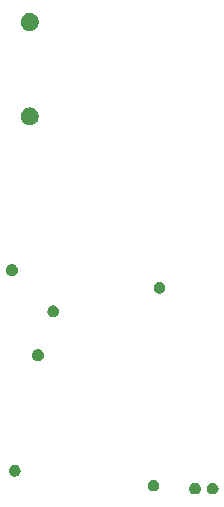
<source format=gbr>
G04 #@! TF.GenerationSoftware,KiCad,Pcbnew,5.0.2-bee76a0~70~ubuntu16.04.1*
G04 #@! TF.CreationDate,2019-03-15T02:00:50+08:00*
G04 #@! TF.ProjectId,OTP-v02,4f54502d-7630-4322-9e6b-696361645f70,v01*
G04 #@! TF.SameCoordinates,Original*
G04 #@! TF.FileFunction,Soldermask,Bot*
G04 #@! TF.FilePolarity,Negative*
%FSLAX46Y46*%
G04 Gerber Fmt 4.6, Leading zero omitted, Abs format (unit mm)*
G04 Created by KiCad (PCBNEW 5.0.2-bee76a0~70~ubuntu16.04.1) date Friday, 15 March, 2019 02:00:50 AM PST*
%MOMM*%
%LPD*%
G01*
G04 APERTURE LIST*
%ADD10C,0.100000*%
G04 APERTURE END LIST*
D10*
G36*
X122645845Y-100019215D02*
X122736839Y-100056906D01*
X122807551Y-100104155D01*
X122818734Y-100111627D01*
X122888373Y-100181266D01*
X122888375Y-100181269D01*
X122943094Y-100263161D01*
X122980785Y-100354155D01*
X123000000Y-100450754D01*
X123000000Y-100549246D01*
X122982271Y-100638373D01*
X122980785Y-100645845D01*
X122943095Y-100736837D01*
X122888373Y-100818734D01*
X122818734Y-100888373D01*
X122818731Y-100888375D01*
X122736839Y-100943094D01*
X122645845Y-100980785D01*
X122549246Y-101000000D01*
X122450754Y-101000000D01*
X122354155Y-100980785D01*
X122263161Y-100943094D01*
X122181269Y-100888375D01*
X122181266Y-100888373D01*
X122111627Y-100818734D01*
X122056905Y-100736837D01*
X122019215Y-100645845D01*
X122017729Y-100638373D01*
X122000000Y-100549246D01*
X122000000Y-100450754D01*
X122019215Y-100354155D01*
X122056906Y-100263161D01*
X122111625Y-100181269D01*
X122111627Y-100181266D01*
X122181266Y-100111627D01*
X122192449Y-100104155D01*
X122263161Y-100056906D01*
X122354155Y-100019215D01*
X122450754Y-100000000D01*
X122549246Y-100000000D01*
X122645845Y-100019215D01*
X122645845Y-100019215D01*
G37*
G36*
X124145845Y-100019215D02*
X124236839Y-100056906D01*
X124307551Y-100104155D01*
X124318734Y-100111627D01*
X124388373Y-100181266D01*
X124388375Y-100181269D01*
X124443094Y-100263161D01*
X124480785Y-100354155D01*
X124500000Y-100450754D01*
X124500000Y-100549246D01*
X124482271Y-100638373D01*
X124480785Y-100645845D01*
X124443095Y-100736837D01*
X124388373Y-100818734D01*
X124318734Y-100888373D01*
X124318731Y-100888375D01*
X124236839Y-100943094D01*
X124145845Y-100980785D01*
X124049246Y-101000000D01*
X123950754Y-101000000D01*
X123854155Y-100980785D01*
X123763161Y-100943094D01*
X123681269Y-100888375D01*
X123681266Y-100888373D01*
X123611627Y-100818734D01*
X123556905Y-100736837D01*
X123519215Y-100645845D01*
X123517729Y-100638373D01*
X123500000Y-100549246D01*
X123500000Y-100450754D01*
X123519215Y-100354155D01*
X123556906Y-100263161D01*
X123611625Y-100181269D01*
X123611627Y-100181266D01*
X123681266Y-100111627D01*
X123692449Y-100104155D01*
X123763161Y-100056906D01*
X123854155Y-100019215D01*
X123950754Y-100000000D01*
X124049246Y-100000000D01*
X124145845Y-100019215D01*
X124145845Y-100019215D01*
G37*
G36*
X119145845Y-99769215D02*
X119236839Y-99806906D01*
X119317640Y-99860896D01*
X119318734Y-99861627D01*
X119388373Y-99931266D01*
X119388375Y-99931269D01*
X119443094Y-100013161D01*
X119480785Y-100104155D01*
X119496124Y-100181266D01*
X119500000Y-100200755D01*
X119500000Y-100299245D01*
X119480785Y-100395845D01*
X119443095Y-100486837D01*
X119388373Y-100568734D01*
X119318734Y-100638373D01*
X119318731Y-100638375D01*
X119236839Y-100693094D01*
X119145845Y-100730785D01*
X119049246Y-100750000D01*
X118950754Y-100750000D01*
X118854155Y-100730785D01*
X118763161Y-100693094D01*
X118681269Y-100638375D01*
X118681266Y-100638373D01*
X118611627Y-100568734D01*
X118556905Y-100486837D01*
X118519215Y-100395845D01*
X118500000Y-100299245D01*
X118500000Y-100200755D01*
X118503877Y-100181266D01*
X118519215Y-100104155D01*
X118556906Y-100013161D01*
X118611625Y-99931269D01*
X118611627Y-99931266D01*
X118681266Y-99861627D01*
X118682360Y-99860896D01*
X118763161Y-99806906D01*
X118854155Y-99769215D01*
X118950754Y-99750000D01*
X119049246Y-99750000D01*
X119145845Y-99769215D01*
X119145845Y-99769215D01*
G37*
G36*
X107395845Y-98519215D02*
X107486839Y-98556906D01*
X107567640Y-98610896D01*
X107568734Y-98611627D01*
X107638373Y-98681266D01*
X107693095Y-98763163D01*
X107730785Y-98854155D01*
X107750000Y-98950755D01*
X107750000Y-99049245D01*
X107730785Y-99145845D01*
X107693095Y-99236837D01*
X107638373Y-99318734D01*
X107568734Y-99388373D01*
X107568731Y-99388375D01*
X107486839Y-99443094D01*
X107395845Y-99480785D01*
X107299246Y-99500000D01*
X107200754Y-99500000D01*
X107104155Y-99480785D01*
X107013161Y-99443094D01*
X106931269Y-99388375D01*
X106931266Y-99388373D01*
X106861627Y-99318734D01*
X106806905Y-99236837D01*
X106769215Y-99145845D01*
X106750000Y-99049245D01*
X106750000Y-98950755D01*
X106769215Y-98854155D01*
X106806905Y-98763163D01*
X106861627Y-98681266D01*
X106931266Y-98611627D01*
X106932360Y-98610896D01*
X107013161Y-98556906D01*
X107104155Y-98519215D01*
X107200754Y-98500000D01*
X107299246Y-98500000D01*
X107395845Y-98519215D01*
X107395845Y-98519215D01*
G37*
G36*
X109345845Y-88719215D02*
X109436839Y-88756906D01*
X109517640Y-88810896D01*
X109518734Y-88811627D01*
X109588373Y-88881266D01*
X109643095Y-88963163D01*
X109680785Y-89054155D01*
X109700000Y-89150755D01*
X109700000Y-89249245D01*
X109680785Y-89345845D01*
X109643095Y-89436837D01*
X109588373Y-89518734D01*
X109518734Y-89588373D01*
X109518731Y-89588375D01*
X109436839Y-89643094D01*
X109345845Y-89680785D01*
X109249246Y-89700000D01*
X109150754Y-89700000D01*
X109054155Y-89680785D01*
X108963161Y-89643094D01*
X108881269Y-89588375D01*
X108881266Y-89588373D01*
X108811627Y-89518734D01*
X108756905Y-89436837D01*
X108719215Y-89345845D01*
X108700000Y-89249245D01*
X108700000Y-89150755D01*
X108719215Y-89054155D01*
X108756905Y-88963163D01*
X108811627Y-88881266D01*
X108881266Y-88811627D01*
X108882360Y-88810896D01*
X108963161Y-88756906D01*
X109054155Y-88719215D01*
X109150754Y-88700000D01*
X109249246Y-88700000D01*
X109345845Y-88719215D01*
X109345845Y-88719215D01*
G37*
G36*
X110645845Y-85019215D02*
X110736839Y-85056906D01*
X110817640Y-85110896D01*
X110818734Y-85111627D01*
X110888373Y-85181266D01*
X110943095Y-85263163D01*
X110980785Y-85354155D01*
X111000000Y-85450755D01*
X111000000Y-85549245D01*
X110980785Y-85645845D01*
X110943095Y-85736837D01*
X110888373Y-85818734D01*
X110818734Y-85888373D01*
X110818731Y-85888375D01*
X110736839Y-85943094D01*
X110645845Y-85980785D01*
X110549246Y-86000000D01*
X110450754Y-86000000D01*
X110354155Y-85980785D01*
X110263161Y-85943094D01*
X110181269Y-85888375D01*
X110181266Y-85888373D01*
X110111627Y-85818734D01*
X110056905Y-85736837D01*
X110019215Y-85645845D01*
X110000000Y-85549245D01*
X110000000Y-85450755D01*
X110019215Y-85354155D01*
X110056905Y-85263163D01*
X110111627Y-85181266D01*
X110181266Y-85111627D01*
X110182360Y-85110896D01*
X110263161Y-85056906D01*
X110354155Y-85019215D01*
X110450754Y-85000000D01*
X110549246Y-85000000D01*
X110645845Y-85019215D01*
X110645845Y-85019215D01*
G37*
G36*
X119645845Y-83019215D02*
X119736839Y-83056906D01*
X119817640Y-83110896D01*
X119818734Y-83111627D01*
X119888373Y-83181266D01*
X119943095Y-83263163D01*
X119980785Y-83354155D01*
X120000000Y-83450755D01*
X120000000Y-83549245D01*
X119980785Y-83645845D01*
X119943095Y-83736837D01*
X119888373Y-83818734D01*
X119818734Y-83888373D01*
X119818731Y-83888375D01*
X119736839Y-83943094D01*
X119645845Y-83980785D01*
X119549246Y-84000000D01*
X119450754Y-84000000D01*
X119354155Y-83980785D01*
X119263161Y-83943094D01*
X119181269Y-83888375D01*
X119181266Y-83888373D01*
X119111627Y-83818734D01*
X119056905Y-83736837D01*
X119019215Y-83645845D01*
X119000000Y-83549245D01*
X119000000Y-83450755D01*
X119019215Y-83354155D01*
X119056905Y-83263163D01*
X119111627Y-83181266D01*
X119181266Y-83111627D01*
X119182360Y-83110896D01*
X119263161Y-83056906D01*
X119354155Y-83019215D01*
X119450754Y-83000000D01*
X119549246Y-83000000D01*
X119645845Y-83019215D01*
X119645845Y-83019215D01*
G37*
G36*
X107145845Y-81519215D02*
X107236839Y-81556906D01*
X107317640Y-81610896D01*
X107318734Y-81611627D01*
X107388373Y-81681266D01*
X107443095Y-81763163D01*
X107480785Y-81854155D01*
X107500000Y-81950755D01*
X107500000Y-82049245D01*
X107480785Y-82145845D01*
X107443095Y-82236837D01*
X107388373Y-82318734D01*
X107318734Y-82388373D01*
X107318731Y-82388375D01*
X107236839Y-82443094D01*
X107145845Y-82480785D01*
X107049246Y-82500000D01*
X106950754Y-82500000D01*
X106854155Y-82480785D01*
X106763161Y-82443094D01*
X106681269Y-82388375D01*
X106681266Y-82388373D01*
X106611627Y-82318734D01*
X106556905Y-82236837D01*
X106519215Y-82145845D01*
X106500000Y-82049245D01*
X106500000Y-81950755D01*
X106519215Y-81854155D01*
X106556905Y-81763163D01*
X106611627Y-81681266D01*
X106681266Y-81611627D01*
X106682360Y-81610896D01*
X106763161Y-81556906D01*
X106854155Y-81519215D01*
X106950754Y-81500000D01*
X107049246Y-81500000D01*
X107145845Y-81519215D01*
X107145845Y-81519215D01*
G37*
G36*
X108673195Y-68257522D02*
X108722267Y-68267283D01*
X108860942Y-68324724D01*
X108985750Y-68408118D01*
X109091882Y-68514250D01*
X109175276Y-68639058D01*
X109232717Y-68777734D01*
X109262000Y-68924948D01*
X109262000Y-69075052D01*
X109232717Y-69222266D01*
X109175276Y-69360942D01*
X109091882Y-69485750D01*
X108985750Y-69591882D01*
X108985747Y-69591884D01*
X108860942Y-69675276D01*
X108722267Y-69732717D01*
X108673195Y-69742478D01*
X108575052Y-69762000D01*
X108424948Y-69762000D01*
X108326805Y-69742478D01*
X108277733Y-69732717D01*
X108139058Y-69675276D01*
X108014253Y-69591884D01*
X108014250Y-69591882D01*
X107908118Y-69485750D01*
X107824724Y-69360942D01*
X107767283Y-69222266D01*
X107738000Y-69075052D01*
X107738000Y-68924948D01*
X107767283Y-68777734D01*
X107824724Y-68639058D01*
X107908118Y-68514250D01*
X108014250Y-68408118D01*
X108139058Y-68324724D01*
X108277733Y-68267283D01*
X108326805Y-68257522D01*
X108424948Y-68238000D01*
X108575052Y-68238000D01*
X108673195Y-68257522D01*
X108673195Y-68257522D01*
G37*
G36*
X108673195Y-60257522D02*
X108722267Y-60267283D01*
X108860942Y-60324724D01*
X108985750Y-60408118D01*
X109091882Y-60514250D01*
X109175276Y-60639058D01*
X109232717Y-60777734D01*
X109262000Y-60924948D01*
X109262000Y-61075052D01*
X109232717Y-61222266D01*
X109175276Y-61360942D01*
X109091882Y-61485750D01*
X108985750Y-61591882D01*
X108985747Y-61591884D01*
X108860942Y-61675276D01*
X108722267Y-61732717D01*
X108673195Y-61742478D01*
X108575052Y-61762000D01*
X108424948Y-61762000D01*
X108326805Y-61742478D01*
X108277733Y-61732717D01*
X108139058Y-61675276D01*
X108014253Y-61591884D01*
X108014250Y-61591882D01*
X107908118Y-61485750D01*
X107824724Y-61360942D01*
X107767283Y-61222266D01*
X107738000Y-61075052D01*
X107738000Y-60924948D01*
X107767283Y-60777734D01*
X107824724Y-60639058D01*
X107908118Y-60514250D01*
X108014250Y-60408118D01*
X108139058Y-60324724D01*
X108277733Y-60267283D01*
X108326805Y-60257522D01*
X108424948Y-60238000D01*
X108575052Y-60238000D01*
X108673195Y-60257522D01*
X108673195Y-60257522D01*
G37*
M02*

</source>
